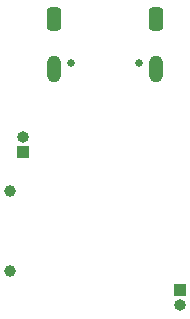
<source format=gbr>
%TF.GenerationSoftware,KiCad,Pcbnew,8.0.1*%
%TF.CreationDate,2024-04-18T20:24:50-07:00*%
%TF.ProjectId,Battery Tester,42617474-6572-4792-9054-65737465722e,rev?*%
%TF.SameCoordinates,Original*%
%TF.FileFunction,Soldermask,Bot*%
%TF.FilePolarity,Negative*%
%FSLAX46Y46*%
G04 Gerber Fmt 4.6, Leading zero omitted, Abs format (unit mm)*
G04 Created by KiCad (PCBNEW 8.0.1) date 2024-04-18 20:24:50*
%MOMM*%
%LPD*%
G01*
G04 APERTURE LIST*
G04 Aperture macros list*
%AMRoundRect*
0 Rectangle with rounded corners*
0 $1 Rounding radius*
0 $2 $3 $4 $5 $6 $7 $8 $9 X,Y pos of 4 corners*
0 Add a 4 corners polygon primitive as box body*
4,1,4,$2,$3,$4,$5,$6,$7,$8,$9,$2,$3,0*
0 Add four circle primitives for the rounded corners*
1,1,$1+$1,$2,$3*
1,1,$1+$1,$4,$5*
1,1,$1+$1,$6,$7*
1,1,$1+$1,$8,$9*
0 Add four rect primitives between the rounded corners*
20,1,$1+$1,$2,$3,$4,$5,0*
20,1,$1+$1,$4,$5,$6,$7,0*
20,1,$1+$1,$6,$7,$8,$9,0*
20,1,$1+$1,$8,$9,$2,$3,0*%
G04 Aperture macros list end*
%ADD10C,1.000000*%
%ADD11R,1.000000X1.000000*%
%ADD12O,1.000000X1.000000*%
%ADD13C,0.650000*%
%ADD14O,1.204000X2.304000*%
%ADD15RoundRect,0.301000X0.301000X0.701000X-0.301000X0.701000X-0.301000X-0.701000X0.301000X-0.701000X0*%
G04 APERTURE END LIST*
D10*
%TO.C,SW1*%
X141950000Y-107425000D03*
X141950000Y-114225000D03*
%TD*%
D11*
%TO.C,3.3v*%
X156275000Y-115850000D03*
D12*
X156275000Y-117120000D03*
%TD*%
D13*
%TO.C,J1*%
X152840000Y-96580000D03*
X147060000Y-96580000D03*
D14*
X154270000Y-97080000D03*
X145630000Y-97080000D03*
D15*
X154270000Y-92900000D03*
X145630000Y-92900000D03*
%TD*%
D11*
%TO.C,BATT*%
X143025000Y-104100000D03*
D12*
X143025000Y-102830000D03*
%TD*%
M02*

</source>
